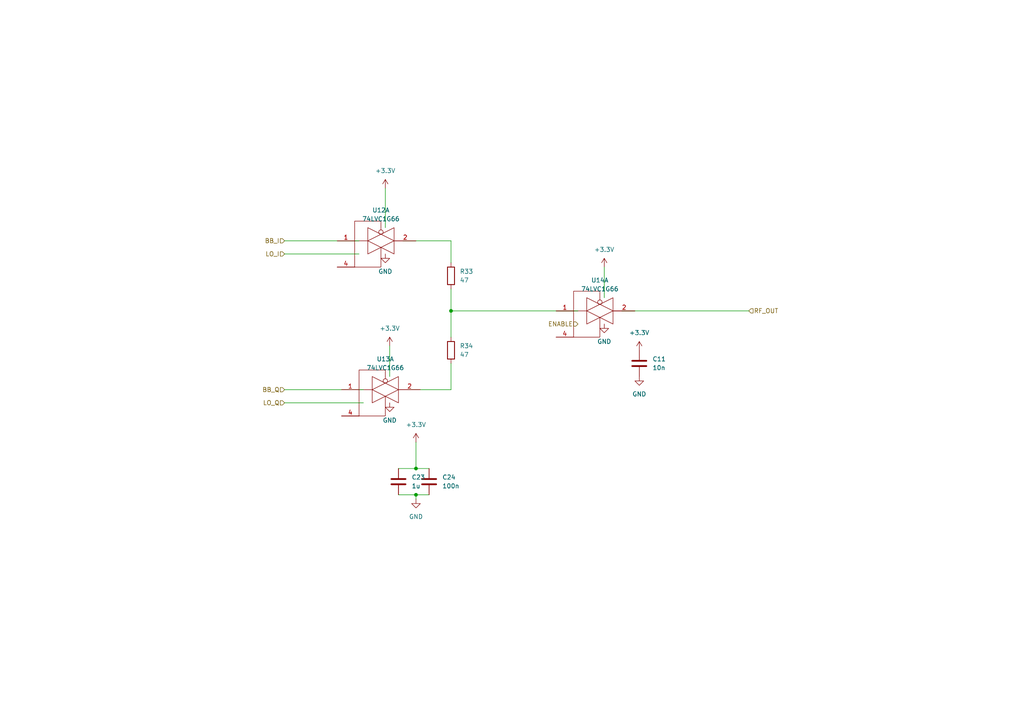
<source format=kicad_sch>
(kicad_sch (version 20230121) (generator eeschema)
  (paper "A4")
  (lib_symbols
    (symbol "74xGxx:74LVC1G66"
      (property "Reference" "U" (at 2.54 7.62 0))
      (property "Value" "74LVC1G66" (at 7.62 -7.62 0))
      (symbol "74LVC1G66_1_1"
        (polyline (pts (xy -7.62 0) (xy -3.81 0)) (stroke (width 0.1524)))
        (polyline (pts (xy -7.62 -7.62) (xy 0 -7.62) (xy 0 -1.905)) (stroke (width 0.1524)))
        (polyline (pts (xy -7.62 -7.62) (xy -7.62 5.715) (xy 0 5.715) (xy 0 3.175)) (stroke (width 0.1524)))
        (polyline (pts (xy -3.81 0) (xy 3.81 3.81) (xy 3.81 -3.81) (xy -3.81 0)) (stroke (width 0.1524)))
        (polyline (pts (xy -3.81 3.81) (xy -3.81 -3.81) (xy 3.81 0) (xy -3.81 3.81)) (stroke (width 0.1524)))
        (circle (center 0 2.54) (radius 0.635) (stroke (width 0.1524)))
        (pin bidirectional line (at -12.7 0 0) (length 5.08) (name "~") (number "1"))
        (pin bidirectional line (at 10.16 0 180) (length 6.25) (name "~") (number "2"))
        (pin input line (at -12.7 -7.62 0) (length 5.08) (name "~") (number "4"))
      )
      (symbol "74LVC1G66_2_1"
        (rectangle (start -5.08 5.08) (end 5.08 -5.08) (stroke (width 0.254)) (fill (type background)))
        (pin power_in line (at 0 -10.16 90) (length 5.08) (name "GND") (number "3"))
        (pin power_in line (at 0 10.16 270) (length 5.08) (name "VCC") (number "5"))
      )
    )
    (symbol "Device:C" (pin_numbers hide) (pin_names (offset 0.254))
      (property "Reference" "C" (at 0.635 2.54 0))
      (property "Value" "C" (at 0.635 -2.54 0))
      (symbol "C_0_1"
        (polyline (pts (xy -2.032 -0.762) (xy 2.032 -0.762)) (stroke (width 0.508)))
        (polyline (pts (xy -2.032 0.762) (xy 2.032 0.762)) (stroke (width 0.508)))
      )
      (symbol "C_1_1"
        (pin passive line (at 0 3.81 270) (length 2.794) (name "~") (number "1"))
        (pin passive line (at 0 -3.81 90) (length 2.794) (name "~") (number "2"))
      )
    )
    (symbol "Device:R" (pin_numbers hide) (pin_names (offset 0))
      (property "Reference" "R" (at 2.032 0 90))
      (property "Value" "R" (at 0 0 90))
      (symbol "R_0_1"
        (rectangle (start -1.016 -2.54) (end 1.016 2.54) (stroke (width 0.254)))
      )
      (symbol "R_1_1"
        (pin passive line (at 0 3.81 270) (length 1.27) (name "~") (number "1"))
        (pin passive line (at 0 -3.81 90) (length 1.27) (name "~") (number "2"))
      )
    )
    (symbol "power:+3.3V" (power) (pin_names (offset 0))
      (property "Value" "+3.3V" (at 0 3.556 0))
      (symbol "+3.3V_0_1"
        (polyline (pts (xy -0.762 1.27) (xy 0 2.54)))
        (polyline (pts (xy 0 0) (xy 0 2.54)))
        (polyline (pts (xy 0 2.54) (xy 0.762 1.27)))
      )
      (symbol "+3.3V_1_1"
        (pin power_in line (at 0 0 90) (length 0) hide (name "+3.3V") (number "1"))
      )
    )
    (symbol "power:GND" (power) (pin_names (offset 0))
      (property "Value" "GND" (at 0 -3.81 0))
      (symbol "GND_0_1"
        (polyline (pts (xy 0 0) (xy 0 -1.27) (xy 1.27 -1.27) (xy 0 -2.54) (xy -1.27 -1.27) (xy 0 -1.27)))
      )
      (symbol "GND_1_1"
        (pin power_in line (at 0 0 270) (length 0) hide (name "GND") (number "1"))
      )
    )
  )
  (junction (at 130.81 90.17))
  (junction (at 120.65 143.51))
  (junction (at 120.65 135.89))
  (wire (pts (xy 130.81 69.85) (xy 130.81 76.2)))
  (wire (pts (xy 175.26 77.47) (xy 175.26 86.36)))
  (wire (pts (xy 130.81 90.17) (xy 167.64 90.17)))
  (wire (pts (xy 130.81 97.79) (xy 130.81 90.17)))
  (wire (pts (xy 130.81 113.03) (xy 130.81 105.41)))
  (wire (pts (xy 82.55 116.84) (xy 105.41 116.84)))
  (wire (pts (xy 180.34 90.17) (xy 217.17 90.17)))
  (wire (pts (xy 111.76 54.61) (xy 111.76 66.04)))
  (wire (pts (xy 120.65 143.51) (xy 124.46 143.51)))
  (wire (pts (xy 115.57 135.89) (xy 120.65 135.89)))
  (wire (pts (xy 82.55 69.85) (xy 104.14 69.85)))
  (wire (pts (xy 116.84 69.85) (xy 130.81 69.85)))
  (wire (pts (xy 118.11 113.03) (xy 130.81 113.03)))
  (wire (pts (xy 115.57 143.51) (xy 120.65 143.51)))
  (wire (pts (xy 130.81 83.82) (xy 130.81 90.17)))
  (wire (pts (xy 120.65 135.89) (xy 124.46 135.89)))
  (wire (pts (xy 113.03 100.33) (xy 113.03 109.22)))
  (wire (pts (xy 120.65 128.27) (xy 120.65 135.89)))
  (wire (pts (xy 120.65 143.51) (xy 120.65 144.78)))
  (wire (pts (xy 82.55 73.66) (xy 104.14 73.66)))
  (wire (pts (xy 82.55 113.03) (xy 105.41 113.03)))
  (hierarchical_label "BB_Q" (shape input) (at 82.55 113.03 180))
  (hierarchical_label "BB_I" (shape input) (at 82.55 69.85 180))
  (hierarchical_label "RF_OUT" (shape input) (at 217.17 90.17 0))
  (hierarchical_label "LO_Q" (shape input) (at 82.55 116.84 180))
  (hierarchical_label "ENABLE" (shape input) (at 167.64 93.98 180))
  (hierarchical_label "LO_I" (shape input) (at 82.55 73.66 180))
  (symbol (lib_id "74xGxx:74LVC1G66") (at 110.49 69.85 0) (unit 1)
    (property "Reference" "U12" (at 110.49 60.96 0))
    (property "Value" "74LVC1G66" (at 110.49 63.5 0))
    (property "Footprint" "Package_TO_SOT_SMD:SOT-353_SC-70-5" (effects hide))
    (property "Datasheet" "http://www.ti.com/lit/ds/symlink/sn74lvc1g66.pdf" (effects hide))
  )
  (symbol (lib_id "74xGxx:74LVC1G66") (at 111.76 113.03 0) (unit 1)
    (property "Reference" "U13" (at 111.76 104.14 0))
    (property "Value" "74LVC1G66" (at 111.76 106.68 0))
    (property "Footprint" "Package_TO_SOT_SMD:SOT-353_SC-70-5" (effects hide))
    (property "Datasheet" "http://www.ti.com/lit/ds/symlink/sn74lvc1g66.pdf" (effects hide))
  )
  (symbol (lib_id "power:+3.3V") (at 111.76 54.61 0) (unit 1)
    (property "Reference" "#PWR0117" (effects hide))
    (property "Value" "+3.3V" (at 111.76 49.53 0))
  )
  (symbol (lib_id "Device:R") (at 130.81 80.01 0) (unit 1)
    (property "Reference" "R33" (at 133.35 78.7399 0) (effects (justify left)))
    (property "Value" "47" (at 133.35 81.2799 0) (effects (justify left)))
    (property "Footprint" "Resistor_SMD:R_0402_1005Metric" (effects hide))
  )
  (symbol (lib_id "Device:C") (at 185.42 105.41 0) (unit 1)
    (property "Reference" "C11" (at 189.23 104.1399 0) (effects (justify left)))
    (property "Value" "10n" (at 189.23 106.6799 0) (effects (justify left)))
    (property "Footprint" "Capacitor_SMD:C_0402_1005Metric" (effects hide))
    (instances (project "sdr" (path "" (reference "C11") (unit 1)) (path "" (reference "C28") (unit 1)) (path "" (reference "C29") (unit 1)) (path "" (reference "C30") (unit 1))))
  )
  (symbol (lib_id "power:+3.3V") (at 185.42 101.6 0) (unit 1)
    (property "Reference" "#PWR050" (effects hide))
    (property "Value" "+3.3V" (at 185.42 96.52 0))
  )
  (symbol (lib_id "power:GND") (at 185.42 109.22 0) (unit 1)
    (property "Reference" "#PWR054" (effects hide))
    (property "Value" "GND" (at 185.42 114.3 0))
  )
  (symbol (lib_id "Device:C") (at 124.46 139.7 0) (unit 1)
    (property "Reference" "C24" (at 128.27 138.4299 0) (effects (justify left)))
    (property "Value" "100n" (at 128.27 140.9699 0) (effects (justify left)))
    (property "Footprint" "Capacitor_SMD:C_0402_1005Metric" (effects hide))
  )
  (symbol (lib_id "Device:C") (at 115.57 139.7 0) (unit 1)
    (property "Reference" "C23" (at 119.38 138.4299 0) (effects (justify left)))
    (property "Value" "1u" (at 119.38 140.9699 0) (effects (justify left)))
    (property "Footprint" "Capacitor_SMD:C_0603_1608Metric" (effects hide))
  )
  (symbol (lib_id "power:GND") (at 120.65 144.78 0) (unit 1)
    (property "Reference" "#PWR055" (effects hide))
    (property "Value" "GND" (at 120.65 149.86 0))
  )
  (symbol (lib_id "power:+3.3V") (at 175.26 77.47 0) (unit 1)
    (property "Reference" "#PWR0118" (effects hide))
    (property "Value" "+3.3V" (at 175.26 72.39 0))
  )
  (symbol (lib_id "Device:R") (at 130.81 101.6 0) (unit 1)
    (property "Reference" "R34" (at 133.35 100.3299 0) (effects (justify left)))
    (property "Value" "47" (at 133.35 102.8699 0) (effects (justify left)))
    (property "Footprint" "Resistor_SMD:R_0402_1005Metric" (effects hide))
  )
  (symbol (lib_id "power:GND") (at 113.03 116.84 0) (unit 1)
    (property "Reference" "#PWR0120" (effects hide))
    (property "Value" "GND" (at 113.03 121.92 0))
  )
  (symbol (lib_id "power:+3.3V") (at 113.03 100.33 0) (unit 1)
    (property "Reference" "#PWR0121" (effects hide))
    (property "Value" "+3.3V" (at 113.03 95.25 0))
  )
  (symbol (lib_id "74xGxx:74LVC1G66") (at 173.99 90.17 0) (unit 1)
    (property "Reference" "U14" (at 173.99 81.28 0))
    (property "Value" "74LVC1G66" (at 173.99 83.82 0))
    (property "Footprint" "Package_TO_SOT_SMD:SOT-353_SC-70-5" (effects hide))
    (property "Datasheet" "http://www.ti.com/lit/ds/symlink/sn74lvc1g66.pdf" (effects hide))
  )
  (symbol (lib_id "power:GND") (at 111.76 73.66 0) (unit 1)
    (property "Reference" "#PWR0116" (effects hide))
    (property "Value" "GND" (at 111.76 78.74 0))
  )
  (symbol (lib_id "power:GND") (at 175.26 93.98 0) (unit 1)
    (property "Reference" "#PWR0119" (effects hide))
    (property "Value" "GND" (at 175.26 99.06 0))
  )
  (symbol (lib_id "power:+3.3V") (at 120.65 128.27 0) (unit 1)
    (property "Reference" "#PWR053" (effects hide))
    (property "Value" "+3.3V" (at 120.65 123.19 0))
  )
)
</source>
